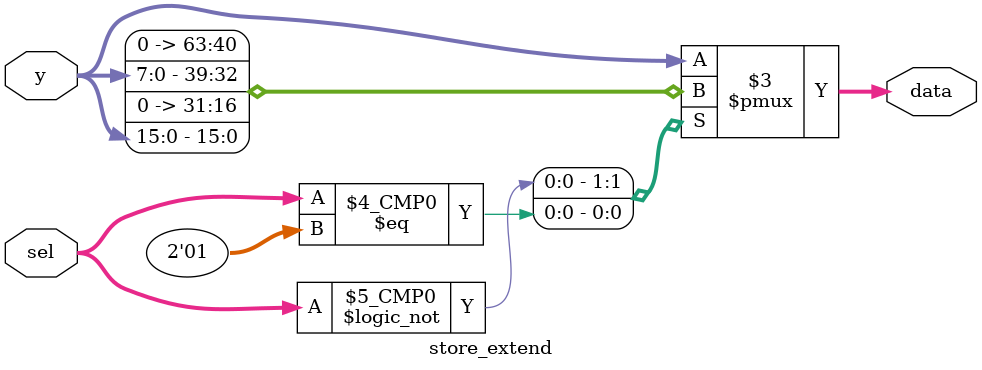
<source format=v>


module store_extend (
    input   [31:0] y,
    input   [1:0] sel,
    output reg [31:0] data
);

always @(*) begin
    case(sel)
        2'b10: data = y;
        2'b00: data = {{24'b0},y[7:0]}; //sb
        2'b01: data = {{16'b0},y[15:0]}; //sh
        default: data = y;
    endcase
end

endmodule

</source>
